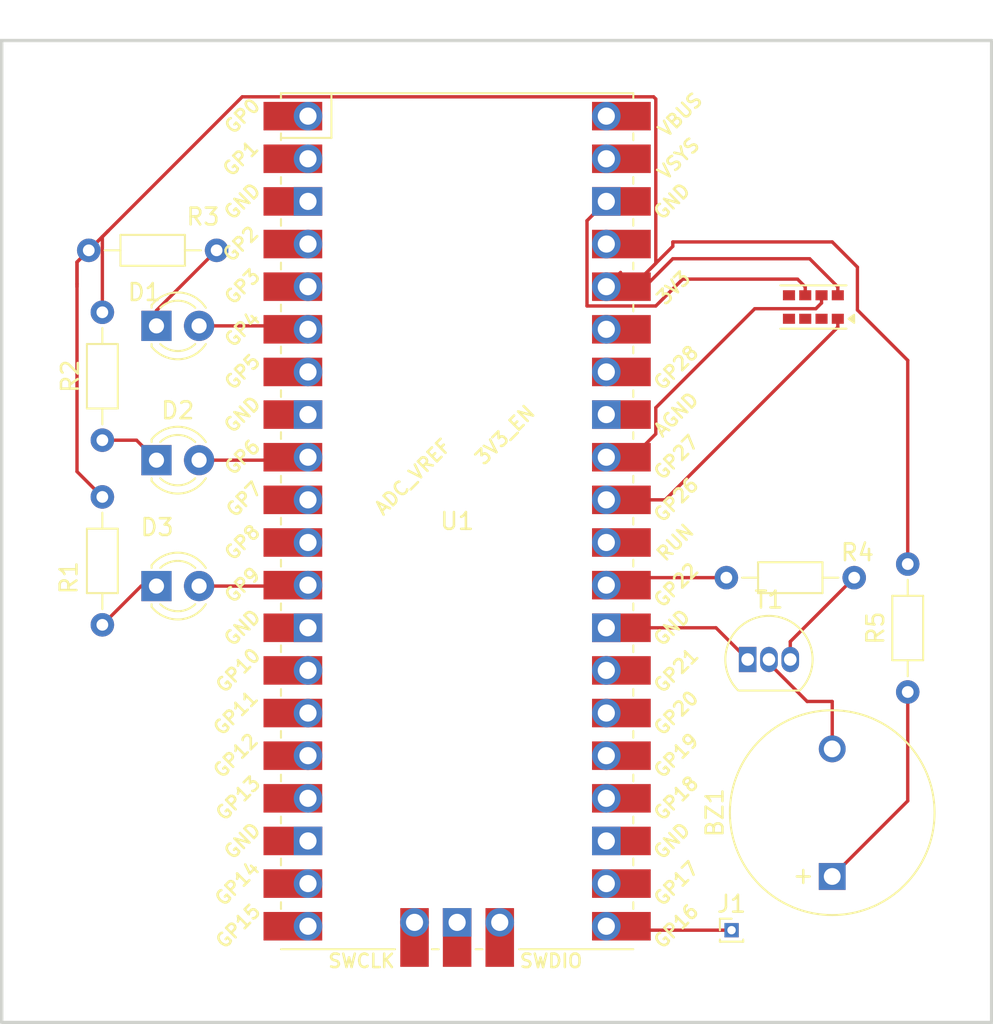
<source format=kicad_pcb>
(kicad_pcb (version 20240108) (generator "pcbnew") (generator_version "8.0")
  (layers (0 "F.Cu" signal) (31 "B.Cu" signal) (34 "B.Paste" user) (35 "F.Paste" user) (36 "B.SilkS" user "B.Silkscreen") (37 "F.SilkS" user "F.Silkscreen") (38 "B.Mask" user) (39 "F.Mask" user) (44 "Edge.Cuts" user))
  (net 0 "")
  (net 1 "Net-(BZ1-+)")
  (net 2 "Net-(U1-GPIO22)")
  (net 3 "Net-(BZ1--)")
  (net 4 "Net-(D1-K)")
  (net 5 "Net-(D1-A)")
  (net 6 "Net-(D2-K)")
  (net 7 "Net-(D2-A)")
  (net 8 "Net-(D3-A)")
  (net 9 "Net-(D3-K)")
  (net 10 "Net-(J1-Pin_1)")
  (net 22 "unconnected-(U1-AGND-Pad33)")
  (net 43 "Net-(RGB_Sensor1-VDD)")
  (net 44 "Net-(T1-B)")
  (net 47 "Net-(RGB_Sensor1-SDA)")
  (net 48 "Net-(RGB_Sensor1-SCL)")
  (net 49 "Net-(RGB_Sensor1-GND)")
  (net 52 "Net-(T1-E)")
  (net 53 "unconnected-(U1-GND-Pad23)")
  (footprint "Resistor_THT:R_Axial_DIN0204_L3.6mm_D1.6mm_P7.62mm_Horizontal" (layer "F.Cu") (at 52 65.31 90)
    (property "Reference" "R2" (at 3.81 -1.92 270) (layer "F.SilkS"))
    (property "Value" "R")
    (fp_line (start 5.73 -0.92) (end 1.89 -0.92) (stroke (width 0.12)) (layer "F.SilkS"))
    (fp_line (start 1.89 -0.92) (end 1.89 0.92) (stroke (width 0.12)) (layer "F.SilkS"))
    (fp_line (start 6.68 0) (end 5.73 0) (stroke (width 0.12)) (layer "F.SilkS"))
    (fp_line (start 0.94 0) (end 1.89 0) (stroke (width 0.12)) (layer "F.SilkS"))
    (fp_line (start 5.73 0.92) (end 5.73 -0.92) (stroke (width 0.12)) (layer "F.SilkS"))
    (fp_line (start 1.89 0.92) (end 5.73 0.92) (stroke (width 0.12)) (layer "F.SilkS"))
    (pad "1" thru_hole circle (at 0 0 90) (size 1.4 1.4) (drill 0.7) (layers "*.Cu" "*.Mask") (net 6 "Net-(D2-K)"))
    (pad "2" thru_hole oval (at 7.62 0 90) (size 1.4 1.4) (drill 0.7) (layers "*.Cu" "*.Mask") (net 43 "Net-(RGB_Sensor1-VDD)"))
  )
  (footprint "Resistor_THT:R_Axial_DIN0204_L3.6mm_D1.6mm_P7.62mm_Horizontal" (layer "F.Cu") (at 96.81 73.5 180)
    (property "Reference" "R4" (at -0.19 1.5 180) (layer "F.SilkS"))
    (property "Value" "R")
    (fp_line (start 6.68 0) (end 5.73 0) (stroke (width 0.12)) (layer "F.SilkS"))
    (fp_line (start 5.73 0.92) (end 5.73 -0.92) (stroke (width 0.12)) (layer "F.SilkS"))
    (fp_line (start 5.73 -0.92) (end 1.89 -0.92) (stroke (width 0.12)) (layer "F.SilkS"))
    (fp_line (start 1.89 0.92) (end 5.73 0.92) (stroke (width 0.12)) (layer "F.SilkS"))
    (fp_line (start 1.89 -0.92) (end 1.89 0.92) (stroke (width 0.12)) (layer "F.SilkS"))
    (fp_line (start 0.94 0) (end 1.89 0) (stroke (width 0.12)) (layer "F.SilkS"))
    (pad "1" thru_hole circle (at 0 0 180) (size 1.4 1.4) (drill 0.7) (layers "*.Cu" "*.Mask") (net 44 "Net-(T1-B)"))
    (pad "2" thru_hole oval (at 7.62 0 180) (size 1.4 1.4) (drill 0.7) (layers "*.Cu" "*.Mask") (net 2 "Net-(U1-GPIO22)"))
  )
  (footprint "Resistor_THT:R_Axial_DIN0204_L3.6mm_D1.6mm_P7.62mm_Horizontal" (layer "F.Cu") (at 100 80.31 90)
    (property "Reference" "R5" (at 3.81 -1.92 270) (layer "F.SilkS"))
    (property "Value" "R")
    (fp_line (start 5.73 -0.92) (end 1.89 -0.92) (stroke (width 0.12)) (layer "F.SilkS"))
    (fp_line (start 1.89 -0.92) (end 1.89 0.92) (stroke (width 0.12)) (layer "F.SilkS"))
    (fp_line (start 6.68 0) (end 5.73 0) (stroke (width 0.12)) (layer "F.SilkS"))
    (fp_line (start 0.94 0) (end 1.89 0) (stroke (width 0.12)) (layer "F.SilkS"))
    (fp_line (start 5.73 0.92) (end 5.73 -0.92) (stroke (width 0.12)) (layer "F.SilkS"))
    (fp_line (start 1.89 0.92) (end 5.73 0.92) (stroke (width 0.12)) (layer "F.SilkS"))
    (pad "1" thru_hole circle (at 0 0 90) (size 1.4 1.4) (drill 0.7) (layers "*.Cu" "*.Mask") (net 1 "Net-(BZ1-+)"))
    (pad "2" thru_hole oval (at 7.62 0 90) (size 1.4 1.4) (drill 0.7) (layers "*.Cu" "*.Mask") (net 43 "Net-(RGB_Sensor1-VDD)"))
  )
  (footprint "MCU_RaspberryPi_and_Boards:RPi_Pico_SMD_TH" (layer "F.Cu") (at 73.145 70.135)
    (property "Reference" "U1" (at 0 0 0) (layer "F.SilkS"))
    (property "Value" "Pico")
    (fp_line (start -10.5 -25.5) (end -10.5 -25.2) (stroke (width 0.12)) (layer "F.SilkS"))
    (fp_line (start -10.5 -25.5) (end 10.5 -25.5) (stroke (width 0.12)) (layer "F.SilkS"))
    (fp_line (start -10.5 -23.1) (end -10.5 -22.7) (stroke (width 0.12)) (layer "F.SilkS"))
    (fp_line (start -10.5 -22.833) (end -7.493 -22.833) (stroke (width 0.12)) (layer "F.SilkS"))
    (fp_line (start -10.5 -20.5) (end -10.5 -20.1) (stroke (width 0.12)) (layer "F.SilkS"))
    (fp_line (start -10.5 -18) (end -10.5 -17.6) (stroke (width 0.12)) (layer "F.SilkS"))
    (fp_line (start -10.5 -15.4) (end -10.5 -15) (stroke (width 0.12)) (layer "F.SilkS"))
    (fp_line (start -10.5 -12.9) (end -10.5 -12.5) (stroke (width 0.12)) (layer "F.SilkS"))
    (fp_line (start -10.5 -10.4) (end -10.5 -10) (stroke (width 0.12)) (layer "F.SilkS"))
    (fp_line (start -10.5 -7.8) (end -10.5 -7.4) (stroke (width 0.12)) (layer "F.SilkS"))
    (fp_line (start -10.5 -5.3) (end -10.5 -4.9) (stroke (width 0.12)) (layer "F.SilkS"))
    (fp_line (start -10.5 -2.7) (end -10.5 -2.3) (stroke (width 0.12)) (layer "F.SilkS"))
    (fp_line (start -10.5 -0.2) (end -10.5 0.2) (stroke (width 0.12)) (layer "F.SilkS"))
    (fp_line (start -10.5 2.3) (end -10.5 2.7) (stroke (width 0.12)) (layer "F.SilkS"))
    (fp_line (start -10.5 4.9) (end -10.5 5.3) (stroke (width 0.12)) (layer "F.SilkS"))
    (fp_line (start -10.5 7.4) (end -10.5 7.8) (stroke (width 0.12)) (layer "F.SilkS"))
    (fp_line (start -10.5 10) (end -10.5 10.4) (stroke (width 0.12)) (layer "F.SilkS"))
    (fp_line (start -10.5 12.5) (end -10.5 12.9) (stroke (width 0.12)) (layer "F.SilkS"))
    (fp_line (start -10.5 15.1) (end -10.5 15.5) (stroke (width 0.12)) (layer "F.SilkS"))
    (fp_line (start -10.5 17.6) (end -10.5 18) (stroke (width 0.12)) (layer "F.SilkS"))
    (fp_line (start -10.5 20.1) (end -10.5 20.5) (stroke (width 0.12)) (layer "F.SilkS"))
    (fp_line (start -10.5 22.7) (end -10.5 23.1) (stroke (width 0.12)) (layer "F.SilkS"))
    (fp_line (start -7.493 -22.833) (end -7.493 -25.5) (stroke (width 0.12)) (layer "F.SilkS"))
    (fp_line (start -3.7 25.5) (end -10.5 25.5) (stroke (width 0.12)) (layer "F.SilkS"))
    (fp_line (start -1.5 25.5) (end -1.1 25.5) (stroke (width 0.12)) (layer "F.SilkS"))
    (fp_line (start 1.1 25.5) (end 1.5 25.5) (stroke (width 0.12)) (layer "F.SilkS"))
    (fp_line (start 10.5 -25.5) (end 10.5 -25.2) (stroke (width 0.12)) (layer "F.SilkS"))
    (fp_line (start 10.5 -23.1) (end 10.5 -22.7) (stroke (width 0.12)) (layer "F.SilkS"))
    (fp_line (start 10.5 -20.5) (end 10.5 -20.1) (stroke (width 0.12)) (layer "F.SilkS"))
    (fp_line (start 10.5 -18) (end 10.5 -17.6) (stroke (width 0.12)) (layer "F.SilkS"))
    (fp_line (start 10.5 -15.4) (end 10.5 -15) (stroke (width 0.12)) (layer "F.SilkS"))
    (fp_line (start 10.5 -12.9) (end 10.5 -12.5) (stroke (width 0.12)) (layer "F.SilkS"))
    (fp_line (start 10.5 -10.4) (end 10.5 -10) (stroke (width 0.12)) (layer "F.SilkS"))
    (fp_line (start 10.5 -7.8) (end 10.5 -7.4) (stroke (width 0.12)) (layer "F.SilkS"))
    (fp_line (start 10.5 -5.3) (end 10.5 -4.9) (stroke (width 0.12)) (layer "F.SilkS"))
    (fp_line (start 10.5 -2.7) (end 10.5 -2.3) (stroke (width 0.12)) (layer "F.SilkS"))
    (fp_line (start 10.5 -0.2) (end 10.5 0.2) (stroke (width 0.12)) (layer "F.SilkS"))
    (fp_line (start 10.5 2.3) (end 10.5 2.7) (stroke (width 0.12)) (layer "F.SilkS"))
    (fp_line (start 10.5 4.9) (end 10.5 5.3) (stroke (width 0.12)) (layer "F.SilkS"))
    (fp_line (start 10.5 7.4) (end 10.5 7.8) (stroke (width 0.12)) (layer "F.SilkS"))
    (fp_line (start 10.5 10) (end 10.5 10.4) (stroke (width 0.12)) (layer "F.SilkS"))
    (fp_line (start 10.5 12.5) (end 10.5 12.9) (stroke (width 0.12)) (layer "F.SilkS"))
    (fp_line (start 10.5 15.1) (end 10.5 15.5) (stroke (width 0.12)) (layer "F.SilkS"))
    (fp_line (start 10.5 17.6) (end 10.5 18) (stroke (width 0.12)) (layer "F.SilkS"))
    (fp_line (start 10.5 20.1) (end 10.5 20.5) (stroke (width 0.12)) (layer "F.SilkS"))
    (fp_line (start 10.5 22.7) (end 10.5 23.1) (stroke (width 0.12)) (layer "F.SilkS"))
    (fp_line (start 10.5 25.5) (end 3.7 25.5) (stroke (width 0.12)) (layer "F.SilkS"))
    (fp_text user "SWDIO" (at 5.6 26.2 0) (layer "F.SilkS") (effects (font (size 0.8 0.8))))
    (fp_text user "GP19" (at 13.054 13.97 45) (layer "F.SilkS") (effects (font (size 0.8 0.8))))
    (fp_text user "GND" (at 12.8 6.35 45) (layer "F.SilkS") (effects (font (size 0.8 0.8))))
    (fp_text user "GP4" (at -12.8 -11.43 45) (layer "F.SilkS") (effects (font (size 0.8 0.8))))
    (fp_text user "GP9" (at -12.8 3.81 45) (layer "F.SilkS") (effects (font (size 0.8 0.8))))
    (fp_text user "GND" (at -12.8 19.05 45) (layer "F.SilkS") (effects (font (size 0.8 0.8))))
    (fp_text user "GP5" (at -12.8 -8.89 45) (layer "F.SilkS") (effects (font (size 0.8 0.8))))
    (fp_text user "GP0" (at -12.8 -24.13 45) (layer "F.SilkS") (effects (font (size 0.8 0.8))))
    (fp_text user "3V3" (at 12.9 -13.9 45) (layer "F.SilkS") (effects (font (size 0.8 0.8))))
    (fp_text user "GP8" (at -12.8 1.27 45) (layer "F.SilkS") (effects (font (size 0.8 0.8))))
    (fp_text user "3V3_EN" (at 2.855 -5.135 45) (layer "F.SilkS") (effects (font (size 0.8 0.8))))
    (fp_text user "GP10" (at -13.054 8.89 45) (layer "F.SilkS") (effects (font (size 0.8 0.8))))
    (fp_text user "AGND" (at 13.054 -6.35 45) (layer "F.SilkS") (effects (font (size 0.8 0.8))))
    (fp_text user "GP2" (at -12.9 -16.51 45) (layer "F.SilkS") (effects (font (size 0.8 0.8))))
    (fp_text user "GP18" (at 13.054 16.51 45) (layer "F.SilkS") (effects (font (size 0.8 0.8))))
    (fp_text user "GP21" (at 13.054 8.9 45) (layer "F.SilkS") (effects (font (size 0.8 0.8))))
    (fp_text user "SWCLK" (at -5.7 26.2 0) (layer "F.SilkS") (effects (font (size 0.8 0.8))))
    (fp_text user "GND" (at -12.8 -6.35 45) (layer "F.SilkS") (effects (font (size 0.8 0.8))))
    (fp_text user "GP22" (at 13.054 3.81 45) (layer "F.SilkS") (effects (font (size 0.8 0.8))))
    (fp_text user "GND" (at -12.8 6.35 45) (layer "F.SilkS") (effects (font (size 0.8 0.8))))
    (fp_text user "GP11" (at -13.2 11.43 45) (layer "F.SilkS") (effects (font (size 0.8 0.8))))
    (fp_text user "GP1" (at -12.9 -21.6 45) (layer "F.SilkS") (effects (font (size 0.8 0.8))))
    (fp_text user "GP6" (at -12.8 -3.81 45) (layer "F.SilkS") (effects (font (size 0.8 0.8))))
    (fp_text user "GP20" (at 13.054 11.43 45) (layer "F.SilkS") (effects (font (size 0.8 0.8))))
    (fp_text user "GP12" (at -13.2 13.97 45) (layer "F.SilkS") (effects (font (size 0.8 0.8))))
    (fp_text user "GP13" (at -13.054 16.51 45) (layer "F.SilkS") (effects (font (size 0.8 0.8))))
    (fp_text user "GP16" (at 13.054 24.13 45) (layer "F.SilkS") (effects (font (size 0.8 0.8))))
    (fp_text user "GP17" (at 13.054 21.59 45) (layer "F.SilkS") (effects (font (size 0.8 0.8))))
    (fp_text user "GP3" (at -12.8 -13.97 45) (layer "F.SilkS") (effects (font (size 0.8 0.8))))
    (fp_text user "VSYS" (at 13.2 -21.59 45) (layer "F.SilkS") (effects (font (size 0.8 0.8))))
    (fp_text user "GND" (at -12.8 -19.05 45) (layer "F.SilkS") (effects (font (size 0.8 0.8))))
    (fp_text user "RUN" (at 13 1.27 45) (layer "F.SilkS") (effects (font (size 0.8 0.8))))
    (fp_text user "GP7" (at -12.7 -1.3 45) (layer "F.SilkS") (effects (font (size 0.8 0.8))))
    (fp_text user "VBUS" (at 13.3 -24.2 45) (layer "F.SilkS") (effects (font (size 0.8 0.8))))
    (fp_text user "GP14" (at -13.1 21.59 45) (layer "F.SilkS") (effects (font (size 0.8 0.8))))
    (fp_text user "ADC_VREF" (at -2.645 -2.635 45) (layer "F.SilkS") (effects (font (size 0.8 0.8))))
    (fp_text user "GND" (at 12.8 19.05 45) (layer "F.SilkS") (effects (font (size 0.8 0.8))))
    (fp_text user "GP28" (at 13.054 -9.144 45) (layer "F.SilkS") (effects (font (size 0.8 0.8))))
    (fp_text user "GP15" (at -13.054 24.13 45) (layer "F.SilkS") (effects (font (size 0.8 0.8))))
    (fp_text user "GND" (at 12.8 -19.05 45) (layer "F.SilkS") (effects (font (size 0.8 0.8))))
    (fp_text user "GP27" (at 13.054 -3.8 45) (layer "F.SilkS") (effects (font (size 0.8 0.8))))
    (pad "" np_thru_hole oval (at -2.725 -24) (size 1.8 1.8) (drill 1.8) (layers "*.Cu" "*.Mask"))
    (pad "" np_thru_hole oval (at -2.425 -20.97) (size 1.5 1.5) (drill 1.5) (layers "*.Cu" "*.Mask"))
    (pad "" np_thru_hole oval (at 2.425 -20.97) (size 1.5 1.5) (drill 1.5) (layers "*.Cu" "*.Mask"))
    (pad "" np_thru_hole oval (at 2.725 -24) (size 1.8 1.8) (drill 1.8) (layers "*.Cu" "*.Mask"))
    (pad "1" thru_hole oval (at -8.89 -24.13) (size 1.7 1.7) (drill 1.02) (layers "*.Cu" "*.Mask"))
    (pad "1" smd rect (at -8.89 -24.13) (size 3.5 1.7) (drill (offset -0.9 0)) (layers "F.Cu" "F.Mask"))
    (pad "2" thru_hole oval (at -8.89 -21.59) (size 1.7 1.7) (drill 1.02) (layers "*.Cu" "*.Mask"))
    (pad "2" smd rect (at -8.89 -21.59) (size 3.5 1.7) (drill (offset -0.9 0)) (layers "F.Cu" "F.Mask"))
    (pad "3" thru_hole rect (at -8.89 -19.05) (size 1.7 1.7) (drill 1.02) (layers "*.Cu" "*.Mask"))
    (pad "3" smd rect (at -8.89 -19.05) (size 3.5 1.7) (drill (offset -0.9 0)) (layers "F.Cu" "F.Mask"))
    (pad "4" thru_hole oval (at -8.89 -16.51) (size 1.7 1.7) (drill 1.02) (layers "*.Cu" "*.Mask"))
    (pad "4" smd rect (at -8.89 -16.51) (size 3.5 1.7) (drill (offset -0.9 0)) (layers "F.Cu" "F.Mask"))
    (pad "5" thru_hole oval (at -8.89 -13.97) (size 1.7 1.7) (drill 1.02) (layers "*.Cu" "*.Mask"))
    (pad "5" smd rect (at -8.89 -13.97) (size 3.5 1.7) (drill (offset -0.9 0)) (layers "F.Cu" "F.Mask"))
    (pad "6" thru_hole oval (at -8.89 -11.43) (size 1.7 1.7) (drill 1.02) (layers "*.Cu" "*.Mask") (net 5 "Net-(D1-A)"))
    (pad "6" smd rect (at -8.89 -11.43) (size 3.5 1.7) (drill (offset -0.9 0)) (layers "F.Cu" "F.Mask") (net 5 "Net-(D1-A)"))
    (pad "7" thru_hole oval (at -8.89 -8.89) (size 1.7 1.7) (drill 1.02) (layers "*.Cu" "*.Mask"))
    (pad "7" smd rect (at -8.89 -8.89) (size 3.5 1.7) (drill (offset -0.9 0)) (layers "F.Cu" "F.Mask"))
    (pad "8" thru_hole rect (at -8.89 -6.35) (size 1.7 1.7) (drill 1.02) (layers "*.Cu" "*.Mask"))
    (pad "8" smd rect (at -8.89 -6.35) (size 3.5 1.7) (drill (offset -0.9 0)) (layers "F.Cu" "F.Mask"))
    (pad "9" thru_hole oval (at -8.89 -3.81) (size 1.7 1.7) (drill 1.02) (layers "*.Cu" "*.Mask") (net 7 "Net-(D2-A)"))
    (pad "9" smd rect (at -8.89 -3.81) (size 3.5 1.7) (drill (offset -0.9 0)) (layers "F.Cu" "F.Mask") (net 7 "Net-(D2-A)"))
    (pad "10" thru_hole oval (at -8.89 -1.27) (size 1.7 1.7) (drill 1.02) (layers "*.Cu" "*.Mask"))
    (pad "10" smd rect (at -8.89 -1.27) (size 3.5 1.7) (drill (offset -0.9 0)) (layers "F.Cu" "F.Mask"))
    (pad "11" thru_hole oval (at -8.89 1.27) (size 1.7 1.7) (drill 1.02) (layers "*.Cu" "*.Mask"))
    (pad "11" smd rect (at -8.89 1.27) (size 3.5 1.7) (drill (offset -0.9 0)) (layers "F.Cu" "F.Mask"))
    (pad "12" thru_hole oval (at -8.89 3.81) (size 1.7 1.7) (drill 1.02) (layers "*.Cu" "*.Mask") (net 8 "Net-(D3-A)"))
    (pad "12" smd rect (at -8.89 3.81) (size 3.5 1.7) (drill (offset -0.9 0)) (layers "F.Cu" "F.Mask") (net 8 "Net-(D3-A)"))
    (pad "13" thru_hole rect (at -8.89 6.35) (size 1.7 1.7) (drill 1.02) (layers "*.Cu" "*.Mask"))
    (pad "13" smd rect (at -8.89 6.35) (size 3.5 1.7) (drill (offset -0.9 0)) (layers "F.Cu" "F.Mask"))
    (pad "14" thru_hole oval (at -8.89 8.89) (size 1.7 1.7) (drill 1.02) (layers "*.Cu" "*.Mask"))
    (pad "14" smd rect (at -8.89 8.89) (size 3.5 1.7) (drill (offset -0.9 0)) (layers "F.Cu" "F.Mask"))
    (pad "15" thru_hole oval (at -8.89 11.43) (size 1.7 1.7) (drill 1.02) (layers "*.Cu" "*.Mask"))
    (pad "15" smd rect (at -8.89 11.43) (size 3.5 1.7) (drill (offset -0.9 0)) (layers "F.Cu" "F.Mask"))
    (pad "16" thru_hole oval (at -8.89 13.97) (size 1.7 1.7) (drill 1.02) (layers "*.Cu" "*.Mask"))
    (pad "16" smd rect (at -8.89 13.97) (size 3.5 1.7) (drill (offset -0.9 0)) (layers "F.Cu" "F.Mask"))
    (pad "17" thru_hole oval (at -8.89 16.51) (size 1.7 1.7) (drill 1.02) (layers "*.Cu" "*.Mask"))
    (pad "17" smd rect (at -8.89 16.51) (size 3.5 1.7) (drill (offset -0.9 0)) (layers "F.Cu" "F.Mask"))
    (pad "18" thru_hole rect (at -8.89 19.05) (size 1.7 1.7) (drill 1.02) (layers "*.Cu" "*.Mask"))
    (pad "18" smd rect (at -8.89 19.05) (size 3.5 1.7) (drill (offset -0.9 0)) (layers "F.Cu" "F.Mask"))
    (pad "19" thru_hole oval (at -8.89 21.59) (size 1.7 1.7) (drill 1.02) (layers "*.Cu" "*.Mask"))
    (pad "19" smd rect (at -8.89 21.59) (size 3.5 1.7) (drill (offset -0.9 0)) (layers "F.Cu" "F.Mask"))
    (pad "20" thru_hole oval (at -8.89 24.13) (size 1.7 1.7) (drill 1.02) (layers "*.Cu" "*.Mask"))
    (pad "20" smd rect (at -8.89 24.13) (size 3.5 1.7) (drill (offset -0.9 0)) (layers "F.Cu" "F.Mask"))
    (pad "21" thru_hole oval (at 8.89 24.13) (size 1.7 1.7) (drill 1.02) (layers "*.Cu" "*.Mask") (net 10 "Net-(J1-Pin_1)"))
    (pad "21" smd rect (at 8.89 24.13) (size 3.5 1.7) (drill (offset 0.9 0)) (layers "F.Cu" "F.Mask") (net 10 "Net-(J1-Pin_1)"))
    (pad "22" thru_hole oval (at 8.89 21.59) (size 1.7 1.7) (drill 1.02) (layers "*.Cu" "*.Mask"))
    (pad "22" smd rect (at 8.89 21.59) (size 3.5 1.7) (drill (offset 0.9 0)) (layers "F.Cu" "F.Mask"))
    (pad "23" thru_hole rect (at 8.89 19.05) (size 1.7 1.7) (drill 1.02) (layers "*.Cu" "*.Mask") (net 53 "unconnected-(U1-GND-Pad23)"))
    (pad "23" smd rect (at 8.89 19.05) (size 3.5 1.7) (drill (offset 0.9 0)) (layers "F.Cu" "F.Mask") (net 53 "unconnected-(U1-GND-Pad23)"))
    (pad "24" thru_hole oval (at 8.89 16.51) (size 1.7 1.7) (drill 1.02) (layers "*.Cu" "*.Mask"))
    (pad "24" smd rect (at 8.89 16.51) (size 3.5 1.7) (drill (offset 0.9 0)) (layers "F.Cu" "F.Mask"))
    (pad "25" thru_hole oval (at 8.89 13.97) (size 1.7 1.7) (drill 1.02) (layers "*.Cu" "*.Mask"))
    (pad "25" smd rect (at 8.89 13.97) (size 3.5 1.7) (drill (offset 0.9 0)) (layers "F.Cu" "F.Mask"))
    (pad "26" thru_hole oval (at 8.89 11.43) (size 1.7 1.7) (drill 1.02) (layers "*.Cu" "*.Mask"))
    (pad "26" smd rect (at 8.89 11.43) (size 3.5 1.7) (drill (offset 0.9 0)) (layers "F.Cu" "F.Mask"))
    (pad "27" thru_hole oval (at 8.89 8.89) (size 1.7 1.7) (drill 1.02) (layers "*.Cu" "*.Mask"))
    (pad "27" smd rect (at 8.89 8.89) (size 3.5 1.7) (drill (offset 0.9 0)) (layers "F.Cu" "F.Mask"))
    (pad "28" thru_hole rect (at 8.89 6.35) (size 1.7 1.7) (drill 1.02) (layers "*.Cu" "*.Mask") (net 52 "Net-(T1-E)"))
    (pad "28" smd rect (at 8.89 6.35) (size 3.5 1.7) (drill (offset 0.9 0)) (layers "F.Cu" "F.Mask") (net 52 "Net-(T1-E)"))
    (pad "29" thru_hole oval (at 8.89 3.81) (size 1.7 1.7) (drill 1.02) (layers "*.Cu" "*.Mask") (net 2 "Net-(U1-GPIO22)"))
    (pad "29" smd rect (at 8.89 3.81) (size 3.5 1.7) (drill (offset 0.9 0)) (layers "F.Cu" "F.Mask") (net 2 "Net-(U1-GPIO22)"))
    (pad "30" thru_hole oval (at 8.89 1.27) (size 1.7 1.7) (drill 1.02) (layers "*.Cu" "*.Mask"))
    (pad "30" smd rect (at 8.89 1.27) (size 3.5 1.7) (drill (offset 0.9 0)) (layers "F.Cu" "F.Mask"))
    (pad "31" thru_hole oval (at 8.89 -1.27) (size 1.7 1.7) (drill 1.02) (layers "*.Cu" "*.Mask") (net 47 "Net-(RGB_Sensor1-SDA)"))
    (pad "31" smd rect (at 8.89 -1.27) (size 3.5 1.7) (drill (offset 0.9 0)) (layers "F.Cu" "F.Mask") (net 47 "Net-(RGB_Sensor1-SDA)"))
    (pad "32" thru_hole oval (at 8.89 -3.81) (size 1.7 1.7) (drill 1.02) (layers "*.Cu" "*.Mask") (net 48 "Net-(RGB_Sensor1-SCL)"))
    (pad "32" smd rect (at 8.89 -3.81) (size 3.5 1.7) (drill (offset 0.9 0)) (layers "F.Cu" "F.Mask") (net 48 "Net-(RGB_Sensor1-SCL)"))
    (pad "33" thru_hole rect (at 8.89 -6.35) (size 1.7 1.7) (drill 1.02) (layers "*.Cu" "*.Mask") (net 22 "unconnected-(U1-AGND-Pad33)"))
    (pad "33" smd rect (at 8.89 -6.35) (size 3.5 1.7) (drill (offset 0.9 0)) (layers "F.Cu" "F.Mask") (net 22 "unconnected-(U1-AGND-Pad33)"))
    (pad "34" thru_hole oval (at 8.89 -8.89) (size 1.7 1.7) (drill 1.02) (layers "*.Cu" "*.Mask"))
    (pad "34" smd rect (at 8.89 -8.89) (size 3.5 1.7) (drill (offset 0.9 0)) (layers "F.Cu" "F.Mask"))
    (pad "35" thru_hole oval (at 8.89 -11.43) (size 1.7 1.7) (drill 1.02) (layers "*.Cu" "*.Mask"))
    (pad "35" smd rect (at 8.89 -11.43) (size 3.5 1.7) (drill (offset 0.9 0)) (layers "F.Cu" "F.Mask"))
    (pad "36" thru_hole oval (at 8.89 -13.97) (size 1.7 1.7) (drill 1.02) (layers "*.Cu" "*.Mask") (net 43 "Net-(RGB_Sensor1-VDD)"))
    (pad "36" smd rect (at 8.89 -13.97) (size 3.5 1.7) (drill (offset 0.9 0)) (layers "F.Cu" "F.Mask") (net 43 "Net-(RGB_Sensor1-VDD)"))
    (pad "37" thru_hole oval (at 8.89 -16.51) (size 1.7 1.7) (drill 1.02) (layers "*.Cu" "*.Mask"))
    (pad "37" smd rect (at 8.89 -16.51) (size 3.5 1.7) (drill (offset 0.9 0)) (layers "F.Cu" "F.Mask"))
    (pad "38" thru_hole rect (at 8.89 -19.05) (size 1.7 1.7) (drill 1.02) (layers "*.Cu" "*.Mask") (net 49 "Net-(RGB_Sensor1-GND)"))
    (pad "38" smd rect (at 8.89 -19.05) (size 3.5 1.7) (drill (offset 0.9 0)) (layers "F.Cu" "F.Mask") (net 49 "Net-(RGB_Sensor1-GND)"))
    (pad "39" thru_hole oval (at 8.89 -21.59) (size 1.7 1.7) (drill 1.02) (layers "*.Cu" "*.Mask"))
    (pad "39" smd rect (at 8.89 -21.59) (size 3.5 1.7) (drill (offset 0.9 0)) (layers "F.Cu" "F.Mask"))
    (pad "40" thru_hole oval (at 8.89 -24.13) (size 1.7 1.7) (drill 1.02) (layers "*.Cu" "*.Mask"))
    (pad "40" smd rect (at 8.89 -24.13) (size 3.5 1.7) (drill (offset 0.9 0)) (layers "F.Cu" "F.Mask"))
    (pad "41" thru_hole oval (at -2.54 23.9) (size 1.7 1.7) (drill 1.02) (layers "*.Cu" "*.Mask"))
    (pad "41" smd rect (at -2.54 23.9 90) (size 3.5 1.7) (drill (offset -0.9 0)) (layers "F.Cu" "F.Mask"))
    (pad "42" thru_hole rect (at 0 23.9) (size 1.7 1.7) (drill 1.02) (layers "*.Cu" "*.Mask"))
    (pad "42" smd rect (at 0 23.9 90) (size 3.5 1.7) (drill (offset -0.9 0)) (layers "F.Cu" "F.Mask"))
    (pad "43" thru_hole oval (at 2.54 23.9) (size 1.7 1.7) (drill 1.02) (layers "*.Cu" "*.Mask"))
    (pad "43" smd rect (at 2.54 23.9 90) (size 3.5 1.7) (drill (offset -0.9 0)) (layers "F.Cu" "F.Mask"))
  )
  (footprint "Sensor:Avago_APDS-9960" (layer "F.Cu") (at 94.3775 57.3775 180)
    (property "Reference" "RGB_Sensor1" (hide yes))
    (property "Value" "APDS-9960")
    (fp_line (start -1.97 1.29) (end 1.97 1.29) (stroke (width 0.12)) (layer "F.SilkS"))
    (fp_line (start -1.97 -1.29) (end 1.97 -1.29) (stroke (width 0.12)) (layer "F.SilkS"))
    (fp_poly (pts (xy -2.1 -0.7) (xy -2.43 -0.46) (xy -2.43 -0.94) (xy -2.1 -0.7)) (stroke (width 0.12)) (fill solid) (layer "F.SilkS"))
    (pad "1" smd rect (at -1.455 -0.7 180) (size 0.72 0.6) (layers "F.Cu" "F.Paste" "F.Mask") (net 47 "Net-(RGB_Sensor1-SDA)"))
    (pad "2" smd rect (at -0.485 -0.7 180) (size 0.72 0.6) (layers "F.Cu" "F.Paste" "F.Mask"))
    (pad "3" smd rect (at 0.485 -0.7 180) (size 0.72 0.6) (layers "F.Cu" "F.Paste" "F.Mask"))
    (pad "4" smd rect (at 1.455 -0.7 180) (size 0.72 0.6) (layers "F.Cu" "F.Paste" "F.Mask"))
    (pad "5" smd rect (at 1.455 0.7 180) (size 0.72 0.6) (layers "F.Cu" "F.Paste" "F.Mask"))
    (pad "6" smd rect (at 0.485 0.7 180) (size 0.72 0.6) (layers "F.Cu" "F.Paste" "F.Mask") (net 49 "Net-(RGB_Sensor1-GND)"))
    (pad "7" smd rect (at -0.485 0.7 180) (size 0.72 0.6) (layers "F.Cu" "F.Paste" "F.Mask") (net 48 "Net-(RGB_Sensor1-SCL)"))
    (pad "8" smd rect (at -1.455 0.7 180) (size 0.72 0.6) (layers "F.Cu" "F.Paste" "F.Mask") (net 43 "Net-(RGB_Sensor1-VDD)"))
  )
  (footprint "Package_TO_SOT_THT:TO-92_Inline" (layer "F.Cu") (at 90.46 78.375)
    (property "Reference" "T1" (at 1.27 -3.56 0) (layer "F.SilkS"))
    (property "Value" "BF457")
    (fp_line (start -0.53 1.85) (end 3.07 1.85) (stroke (width 0.12)) (layer "F.SilkS"))
    (fp_arc (start -0.568478 1.838478) (mid -1.132087 -0.994977) (end 1.27 -2.6) (stroke (width 0.12)) (layer "F.SilkS"))
    (fp_arc (start 1.27 -2.6) (mid 3.672087 -0.994977) (end 3.108478 1.838478) (stroke (width 0.12)) (layer "F.SilkS"))
    (pad "1" thru_hole rect (at 0 0) (size 1.05 1.5) (drill 0.75) (layers "*.Cu" "*.Mask") (net 52 "Net-(T1-E)"))
    (pad "2" thru_hole oval (at 1.27 0) (size 1.05 1.5) (drill 0.75) (layers "*.Cu" "*.Mask") (net 3 "Net-(BZ1--)"))
    (pad "3" thru_hole oval (at 2.54 0) (size 1.05 1.5) (drill 0.75) (layers "*.Cu" "*.Mask") (net 44 "Net-(T1-B)"))
  )
  (footprint "Resistor_THT:R_Axial_DIN0204_L3.6mm_D1.6mm_P7.62mm_Horizontal" (layer "F.Cu") (at 58.81 54 180)
    (property "Reference" "R3" (at 0.81 2 180) (layer "F.SilkS"))
    (property "Value" "R")
    (fp_line (start 6.68 0) (end 5.73 0) (stroke (width 0.12)) (layer "F.SilkS"))
    (fp_line (start 5.73 0.92) (end 5.73 -0.92) (stroke (width 0.12)) (layer "F.SilkS"))
    (fp_line (start 5.73 -0.92) (end 1.89 -0.92) (stroke (width 0.12)) (layer "F.SilkS"))
    (fp_line (start 1.89 0.92) (end 5.73 0.92) (stroke (width 0.12)) (layer "F.SilkS"))
    (fp_line (start 1.89 -0.92) (end 1.89 0.92) (stroke (width 0.12)) (layer "F.SilkS"))
    (fp_line (start 0.94 0) (end 1.89 0) (stroke (width 0.12)) (layer "F.SilkS"))
    (pad "1" thru_hole circle (at 0 0 180) (size 1.4 1.4) (drill 0.7) (layers "*.Cu" "*.Mask") (net 4 "Net-(D1-K)"))
    (pad "2" thru_hole oval (at 7.62 0 180) (size 1.4 1.4) (drill 0.7) (layers "*.Cu" "*.Mask") (net 43 "Net-(RGB_Sensor1-VDD)"))
  )
  (footprint "LED_THT:LED_D3.0mm" (layer "F.Cu") (at 55.225 58.5)
    (property "Reference" "D1" (at -0.725 -2 0) (layer "F.SilkS"))
    (property "Value" "LED")
    (fp_line (start -0.29 -1.236) (end -0.29 -1.08) (stroke (width 0.12)) (layer "F.SilkS"))
    (fp_line (start -0.29 1.08) (end -0.29 1.236) (stroke (width 0.12)) (layer "F.SilkS"))
    (fp_arc (start -0.29 -1.235516) (mid 1.366487 -1.987659) (end 2.942335 -1.078608) (stroke (width 0.12)) (layer "F.SilkS"))
    (fp_arc (start 0.229039 -1.08) (mid 1.270117 -1.5) (end 2.31113 -1.079837) (stroke (width 0.12)) (layer "F.SilkS"))
    (fp_arc (start 2.31113 1.079837) (mid 1.270117 1.5) (end 0.229039 1.08) (stroke (width 0.12)) (layer "F.SilkS"))
    (fp_arc (start 2.942335 1.078608) (mid 1.366487 1.987659) (end -0.29 1.235516) (stroke (width 0.12)) (layer "F.SilkS"))
    (pad "1" thru_hole rect (at 0 0) (size 1.8 1.8) (drill 0.9) (layers "*.Cu" "*.Mask") (net 4 "Net-(D1-K)"))
    (pad "2" thru_hole circle (at 2.54 0) (size 1.8 1.8) (drill 0.9) (layers "*.Cu" "*.Mask") (net 5 "Net-(D1-A)"))
  )
  (footprint "Buzzer_Beeper:MagneticBuzzer_ProSignal_ABI-009-RC" (layer "F.Cu") (at 95.5 91.3 90)
    (property "Reference" "BZ1" (at 3.8 -7 270) (layer "F.SilkS"))
    (property "Value" "Buzzer")
    (fp_circle (center 3.8 0) (end 9.9 0) (stroke (width 0.12)) (fill none) (layer "F.SilkS"))
    (fp_text user "+" (at 0 -1.8 270) (layer "F.SilkS"))
    (pad "1" thru_hole rect (at 0 0 90) (size 1.6 1.6) (drill 1) (layers "*.Cu" "*.Mask") (net 1 "Net-(BZ1-+)"))
    (pad "2" thru_hole circle (at 7.6 0 90) (size 1.6 1.6) (drill 1) (layers "*.Cu" "*.Mask") (net 3 "Net-(BZ1--)"))
  )
  (footprint "Connector_PinHeader_1.00mm:PinHeader_1x01_P1.00mm_Vertical" (layer "F.Cu") (at 89.5 94.5)
    (property "Reference" "J1" (at 0 -1.56 0) (layer "F.SilkS"))
    (property "Value" "Conn_01x01_Pin")
    (fp_line (start -0.695 -0.685) (end 0 -0.685) (stroke (width 0.12)) (layer "F.SilkS"))
    (fp_line (start -0.695 0) (end -0.695 -0.685) (stroke (width 0.12)) (layer "F.SilkS"))
    (fp_line (start -0.695 0.685) (end -0.695 0.56) (stroke (width 0.12)) (layer "F.SilkS"))
    (fp_line (start -0.695 0.685) (end -0.608276 0.685) (stroke (width 0.12)) (layer "F.SilkS"))
    (fp_line (start -0.695 0.685) (end 0.695 0.685) (stroke (width 0.12)) (layer "F.SilkS"))
    (fp_line (start 0.608276 0.685) (end 0.695 0.685) (stroke (width 0.12)) (layer "F.SilkS"))
    (fp_line (start 0.695 0.685) (end 0.695 0.56) (stroke (width 0.12)) (layer "F.SilkS"))
    (pad "1" thru_hole rect (at 0 0) (size 0.85 0.85) (drill 0.5) (layers "*.Cu" "*.Mask") (net 10 "Net-(J1-Pin_1)"))
  )
  (footprint "LED_THT:LED_D3.0mm" (layer "F.Cu") (at 55.225 66.5)
    (property "Reference" "D2" (at 1.27 -2.96 0) (layer "F.SilkS"))
    (property "Value" "LED")
    (fp_line (start -0.29 -1.236) (end -0.29 -1.08) (stroke (width 0.12)) (layer "F.SilkS"))
    (fp_line (start -0.29 1.08) (end -0.29 1.236) (stroke (width 0.12)) (layer "F.SilkS"))
    (fp_arc (start -0.29 -1.235516) (mid 1.366487 -1.987659) (end 2.942335 -1.078608) (stroke (width 0.12)) (layer "F.SilkS"))
    (fp_arc (start 0.229039 -1.08) (mid 1.270117 -1.5) (end 2.31113 -1.079837) (stroke (width 0.12)) (layer "F.SilkS"))
    (fp_arc (start 2.31113 1.079837) (mid 1.270117 1.5) (end 0.229039 1.08) (stroke (width 0.12)) (layer "F.SilkS"))
    (fp_arc (start 2.942335 1.078608) (mid 1.366487 1.987659) (end -0.29 1.235516) (stroke (width 0.12)) (layer "F.SilkS"))
    (pad "1" thru_hole rect (at 0 0) (size 1.8 1.8) (drill 0.9) (layers "*.Cu" "*.Mask") (net 6 "Net-(D2-K)"))
    (pad "2" thru_hole circle (at 2.54 0) (size 1.8 1.8) (drill 0.9) (layers "*.Cu" "*.Mask") (net 7 "Net-(D2-A)"))
  )
  (footprint "Resistor_THT:R_Axial_DIN0204_L3.6mm_D1.6mm_P7.62mm_Horizontal" (layer "F.Cu") (at 52 76.31 90)
    (property "Reference" "R1" (at 2.81 -2 270) (layer "F.SilkS"))
    (property "Value" "R")
    (fp_line (start 5.73 -0.92) (end 1.89 -0.92) (stroke (width 0.12)) (layer "F.SilkS"))
    (fp_line (start 1.89 -0.92) (end 1.89 0.92) (stroke (width 0.12)) (layer "F.SilkS"))
    (fp_line (start 6.68 0) (end 5.73 0) (stroke (width 0.12)) (layer "F.SilkS"))
    (fp_line (start 0.94 0) (end 1.89 0) (stroke (width 0.12)) (layer "F.SilkS"))
    (fp_line (start 5.73 0.92) (end 5.73 -0.92) (stroke (width 0.12)) (layer "F.SilkS"))
    (fp_line (start 1.89 0.92) (end 5.73 0.92) (stroke (width 0.12)) (layer "F.SilkS"))
    (pad "1" thru_hole circle (at 0 0 90) (size 1.4 1.4) (drill 0.7) (layers "*.Cu" "*.Mask") (net 9 "Net-(D3-K)"))
    (pad "2" thru_hole oval (at 7.62 0 90) (size 1.4 1.4) (drill 0.7) (layers "*.Cu" "*.Mask") (net 43 "Net-(RGB_Sensor1-VDD)"))
  )
  (footprint "LED_THT:LED_D3.0mm" (layer "F.Cu") (at 55.225 74)
    (property "Reference" "D3" (at 0.04 -3.5 360) (layer "F.SilkS"))
    (property "Value" "LED")
    (fp_line (start -0.29 -1.236) (end -0.29 -1.08) (stroke (width 0.12)) (layer "F.SilkS"))
    (fp_line (start -0.29 1.08) (end -0.29 1.236) (stroke (width 0.12)) (layer "F.SilkS"))
    (fp_arc (start -0.29 -1.235516) (mid 1.366487 -1.987659) (end 2.942335 -1.078608) (stroke (width 0.12)) (layer "F.SilkS"))
    (fp_arc (start 0.229039 -1.08) (mid 1.270117 -1.5) (end 2.31113 -1.079837) (stroke (width 0.12)) (layer "F.SilkS"))
    (fp_arc (start 2.31113 1.079837) (mid 1.270117 1.5) (end 0.229039 1.08) (stroke (width 0.12)) (layer "F.SilkS"))
    (fp_arc (start 2.942335 1.078608) (mid 1.366487 1.987659) (end -0.29 1.235516) (stroke (width 0.12)) (layer "F.SilkS"))
    (pad "1" thru_hole rect (at 0 0) (size 1.8 1.8) (drill 0.9) (layers "*.Cu" "*.Mask") (net 9 "Net-(D3-K)"))
    (pad "2" thru_hole circle (at 2.54 0) (size 1.8 1.8) (drill 0.9) (layers "*.Cu" "*.Mask") (net 8 "Net-(D3-A)"))
  )
  (gr_rect (start 46 41.5) (end 105 100) (stroke (width 0.2)) (fill none) (layer "Edge.Cuts"))
  (gr_text "GP26" (at 86.199 68.865 45) (layer "F.SilkS") (effects (font (size 0.8 0.8))))
  (segment (start 100 86.8) (end 95.5 91.3) (width 0.2) (layer "F.Cu") (net 1))
  (segment (start 100 80.31) (end 100 86.8) (width 0.2) (layer "F.Cu") (net 1))
  (segment (start 82.48 73.5) (end 82.035 73.945) (width 0.2) (layer "F.Cu") (net 2))
  (segment (start 89.19 73.5) (end 82.48 73.5) (width 0.2) (layer "F.Cu") (net 2))
  (segment (start 95.5 83.7) (end 95.5 80.875) (width 0.2) (layer "F.Cu") (net 3))
  (segment (start 94.005 80.875) (end 95.5 80.875) (width 0.2) (layer "F.Cu") (net 3))
  (segment (start 91.73 78.375) (end 91.73 78.6) (width 0.2) (layer "F.Cu") (net 3))
  (segment (start 91.73 78.6) (end 94.005 80.875) (width 0.2) (layer "F.Cu") (net 3))
  (segment (start 55.225 57.585) (end 58.81 54) (width 0.2) (layer "F.Cu") (net 4))
  (segment (start 55.225 58.5) (end 55.225 57.585) (width 0.2) (layer "F.Cu") (net 4))
  (segment (start 57.765 58.5) (end 64.05 58.5) (width 0.2) (layer "F.Cu") (net 5))
  (segment (start 64.05 58.5) (end 64.255 58.705) (width 0.2) (layer "F.Cu") (net 5))
  (segment (start 54.035 65.31) (end 55.225 66.5) (width 0.2) (layer "F.Cu") (net 6))
  (segment (start 52 65.31) (end 54.035 65.31) (width 0.2) (layer "F.Cu") (net 6))
  (segment (start 57.765 66.5) (end 64.08 66.5) (width 0.2) (layer "F.Cu") (net 7))
  (segment (start 64.08 66.5) (end 64.255 66.325) (width 0.2) (layer "F.Cu") (net 7))
  (segment (start 57.765 74) (end 64.2 74) (width 0.2) (layer "F.Cu") (net 8))
  (segment (start 64.2 74) (end 64.255 73.945) (width 0.2) (layer "F.Cu") (net 8))
  (segment (start 54.31 74) (end 52 76.31) (width 0.2) (layer "F.Cu") (net 9))
  (segment (start 55.225 74) (end 54.31 74) (width 0.2) (layer "F.Cu") (net 9))
  (segment (start 89.5 94.5) (end 82.27 94.5) (width 0.2) (layer "F.Cu") (net 10))
  (segment (start 82.27 94.5) (end 82.035 94.265) (width 0.2) (layer "F.Cu") (net 10))
  (segment (start 50.49 54.7) (end 52 53.19) (width 0.2) (layer "F.Cu") (net 43))
  (segment (start 86 54.5) (end 84.335 56.165) (width 0.2) (layer "F.Cu") (net 43))
  (segment (start 51.19 54) (end 52.345 52.845) (width 0.2) (layer "F.Cu") (net 43))
  (segment (start 84.335 56.165) (end 82.035 56.165) (width 0.2) (layer "F.Cu") (net 43))
  (segment (start 97 55) (end 95.5 53.5) (width 0.2) (layer "F.Cu") (net 43))
  (segment (start 94.155 54.5) (end 86 54.5) (width 0.2) (layer "F.Cu") (net 43))
  (segment (start 52 53.19) (end 52.345 52.845) (width 0.2) (layer "F.Cu") (net 43))
  (segment (start 52.345 52.845) (end 60.335 44.855) (width 0.2) (layer "F.Cu") (net 43))
  (segment (start 52 68.69) (end 50.49 67.18) (width 0.2) (layer "F.Cu") (net 43))
  (segment (start 50.49 56) (end 50.49 56.18) (width 0.2) (layer "F.Cu") (net 43))
  (segment (start 86 53.5) (end 86 53.76) (width 0.2) (layer "F.Cu") (net 43))
  (segment (start 95.8325 56.6775) (end 95.8325 56.1775) (width 0.2) (layer "F.Cu") (net 43))
  (segment (start 84.985 54.775) (end 83.595 56.165) (width 0.2) (layer "F.Cu") (net 43))
  (segment (start 82.885 55.315) (end 82.035 56.165) (width 0.2) (layer "F.Cu") (net 43))
  (segment (start 95.5 53.5) (end 86 53.5) (width 0.2) (layer "F.Cu") (net 43))
  (segment (start 50.49 67.18) (end 50.49 54.7) (width 0.2) (layer "F.Cu") (net 43))
  (segment (start 52 57.69) (end 52 53.19) (width 0.2) (layer "F.Cu") (net 43))
  (segment (start 100 72.69) (end 100 60.555) (width 0.2) (layer "F.Cu") (net 43))
  (segment (start 100 60.555) (end 97 57.555) (width 0.2) (layer "F.Cu") (net 43))
  (segment (start 84.985 44.985) (end 84.985 54.775) (width 0.2) (layer "F.Cu") (net 43))
  (segment (start 95.8325 56.1775) (end 94.155 54.5) (width 0.2) (layer "F.Cu") (net 43))
  (segment (start 84.855 44.855) (end 84.985 44.985) (width 0.2) (layer "F.Cu") (net 43))
  (segment (start 60.335 44.855) (end 84.855 44.855) (width 0.2) (layer "F.Cu") (net 43))
  (segment (start 83.595 56.165) (end 82.035 56.165) (width 0.2) (layer "F.Cu") (net 43))
  (segment (start 86 53.76) (end 83.595 56.165) (width 0.2) (layer "F.Cu") (net 43))
  (segment (start 51.19 54) (end 50.49 54.7) (width 0.2) (layer "F.Cu") (net 43))
  (segment (start 50.49 56) (end 50.49 54.7) (width 0.2) (layer "F.Cu") (net 43))
  (segment (start 97 57.555) (end 97 55) (width 0.2) (layer "F.Cu") (net 43))
  (segment (start 93 77.31) (end 96.81 73.5) (width 0.2) (layer "F.Cu") (net 44))
  (segment (start 93 78.375) (end 93 77.31) (width 0.2) (layer "F.Cu") (net 44))
  (segment (start 85.545 68.865) (end 82.035 68.865) (width 0.2) (layer "F.Cu") (net 47))
  (segment (start 95.8325 58.5775) (end 85.545 68.865) (width 0.2) (layer "F.Cu") (net 47))
  (segment (start 95.8325 58.0775) (end 95.8325 58.5775) (width 0.2) (layer "F.Cu") (net 47))
  (segment (start 83.595 66.325) (end 82.035 66.325) (width 0.2) (layer "F.Cu") (net 48))
  (segment (start 90.8825 57.4775) (end 84.985 63.375) (width 0.2) (layer "F.Cu") (net 48))
  (segment (start 94.8625 56.6775) (end 94.8625 57.1375) (width 0.2) (layer "F.Cu") (net 48))
  (segment (start 94.8625 57.1375) (end 94.5225 57.4775) (width 0.2) (layer "F.Cu") (net 48))
  (segment (start 84.985 64.935) (end 83.595 66.325) (width 0.2) (layer "F.Cu") (net 48))
  (segment (start 94.5225 57.4775) (end 90.8825 57.4775) (width 0.2) (layer "F.Cu") (net 48))
  (segment (start 84.985 63.375) (end 84.985 64.935) (width 0.2) (layer "F.Cu") (net 48))
  (segment (start 80.885 57.315) (end 80.885 52.235) (width 0.2) (layer "F.Cu") (net 49))
  (segment (start 93.8925 56.6775) (end 93.8925 56.1775) (width 0.2) (layer "F.Cu") (net 49))
  (segment (start 84.985 57.315) (end 80.885 57.315) (width 0.2) (layer "F.Cu") (net 49))
  (segment (start 93.43 55.715) (end 86.585 55.715) (width 0.2) (layer "F.Cu") (net 49))
  (segment (start 86.585 55.715) (end 84.985 57.315) (width 0.2) (layer "F.Cu") (net 49))
  (segment (start 93.8925 56.1775) (end 93.43 55.715) (width 0.2) (layer "F.Cu") (net 49))
  (segment (start 80.885 52.235) (end 82.035 51.085) (width 0.2) (layer "F.Cu") (net 49))
  (segment (start 88.57 76.485) (end 82.035 76.485) (width 0.2) (layer "F.Cu") (net 52))
  (segment (start 90.46 78.375) (end 88.57 76.485) (width 0.2) (layer "F.Cu") (net 52))
  (segment (start 83.595 89.185) (end 82.035 89.185) (width 0.2) (layer "F.Cu") (net 53))
)
</source>
